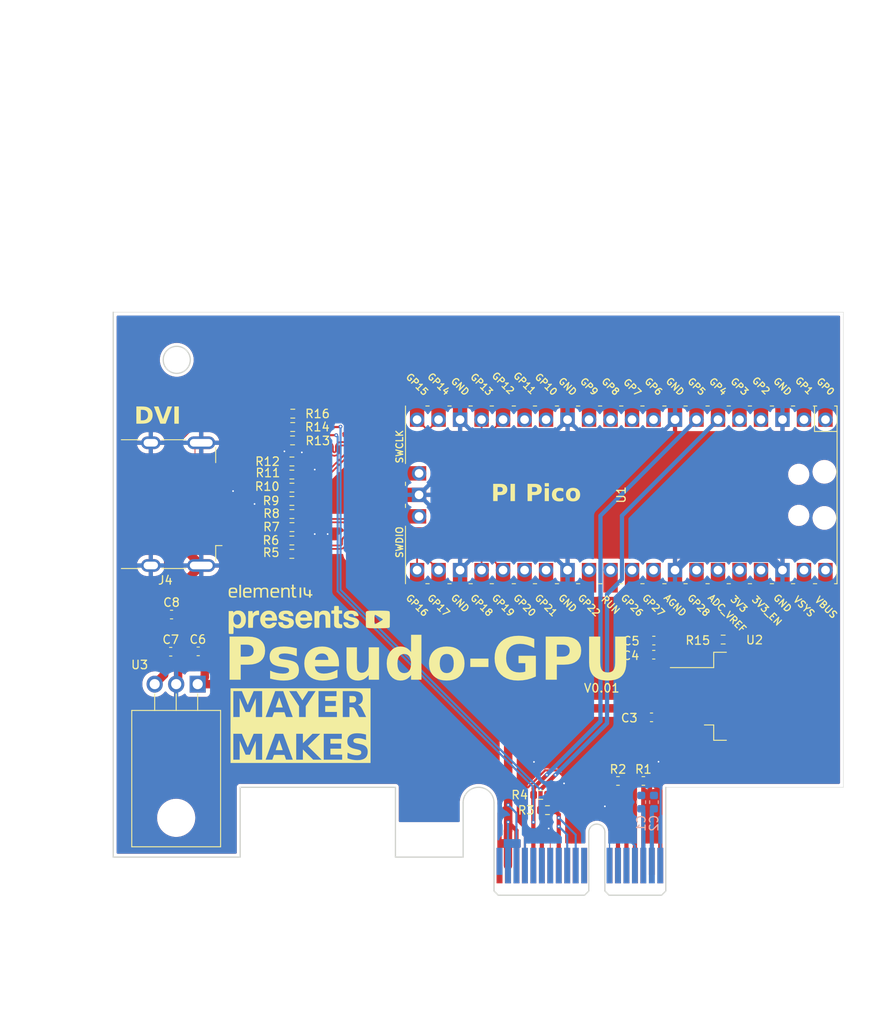
<source format=kicad_pcb>
(kicad_pcb (version 20221018) (generator pcbnew)
  (title_block (title "PCIexpress_x16_full") (company "Author: Luca Anastasio"))
  (layers (0 "F.Cu" power) (31 "B.Cu" power) (34 "B.Paste" user) (35 "F.Paste" user) (36 "B.SilkS" user "B.Silkscreen") (37 "F.SilkS" user "F.Silkscreen") (38 "B.Mask" user) (39 "F.Mask" user) (44 "Edge.Cuts" user))
  (net 0 "")
  (net 1 "GND")
  (net 2 "+12V")
  (net 3 "+3V3")
  (net 4 "+3.3VA")
  (net 5 "3V3_RAIL")
  (net 6 "/PER0_P")
  (net 7 "/PER0_N")
  (net 8 "/SMCLK")
  (net 9 "/SMDAT")
  (net 10 "/~{TRST}")
  (net 11 "/~{WAKE}")
  (net 12 "/PET0_P")
  (net 13 "/PET0_N")
  (net 14 "/~{PRSNT2x1}")
  (net 15 "/~{PRSNT1}")
  (net 16 "/TCK")
  (net 17 "/TDI")
  (net 18 "/TDO")
  (net 19 "/TMS")
  (net 20 "/~{PERST}")
  (net 21 "/REFCLK-")
  (net 22 "/REFCLK+")
  (net 23 "/PCIexpress_connector/_PER0_P")
  (net 24 "/PCIexpress_connector/_PER0_N")
  (net 25 "5V_RAIL")
  (net 27 "/D2+")
  (net 28 "/D2-")
  (net 29 "/D1+")
  (net 30 "/D1-")
  (net 31 "/D0+")
  (net 32 "/D0-")
  (net 33 "/CK+")
  (net 34 "/CK-")
  (net 37 "Net-(J4-SCL)")
  (net 38 "Net-(J4-SDA)")
  (net 39 "Net-(J4-+5V)")
  (net 41 "/PICO_D2+")
  (net 42 "/PICO_D2-")
  (net 43 "/PICO_D1+")
  (net 44 "/PICO_D1-")
  (net 45 "/PICO_D0+")
  (net 46 "/PICO_D0-")
  (net 47 "/PICO_CK+")
  (net 48 "/PICO_CK-")
  (net 49 "Net-(U1-3V3_EN)")
  (footprint "Resistor_SMD:R_0603_1608Metric" (layer "F.Cu") (at 127.125 180.625)
    (fp_text reference "R1")
    (fp_text value "49.9")
  )
  (footprint "Resistor_SMD:R_0603_1608Metric" (layer "F.Cu") (at 124.125 180.625 180)
    (fp_text reference "R2")
    (fp_text value "49.9")
  )
  (footprint "PCIexpress:PCIexpress_bracket_full" (layer "F.Cu") (at 109.625 194.125)
    (fp_text reference "J1" hide)
    (fp_text value "PCIexpress_bracket")
  )
  (footprint "PCIexpress:PCIexpress_x1" (layer "F.Cu") (at 109.625 194.125)
    (fp_text reference "J2" hide)
    (fp_text value "PCIexpress_x1" hide)
  )
  (footprint "Capacitor_SMD:C_0603_1608Metric" (layer "F.Cu") (at 74.519999 165.315 180)
    (fp_text reference "C6")
    (fp_text value "10uF")
  )
  (footprint "Resistor_SMD:R_0603_1608Metric" (layer "F.Cu") (at 115.795 184.075 180)
    (fp_text reference "R3")
    (fp_text value "100k")
  )
  (footprint "Resistor_SMD:R_0603_1608Metric" (layer "F.Cu") (at 85.665 140.385 180)
    (fp_text reference "R13")
    (fp_text value "0")
  )
  (footprint "Capacitor_SMD:C_0603_1608Metric" (layer "F.Cu") (at 71.365 160.965)
    (fp_text reference "C8")
    (fp_text value "0,1uF")
  )
  (footprint "Resistor_SMD:R_0603_1608Metric" (layer "F.Cu") (at 114.985 182.275 180)
    (fp_text reference "R4")
    (fp_text value "100k")
  )
  (footprint "Resistor_SMD:R_0603_1608Metric" (layer "F.Cu") (at 85.6 150.635 180)
    (fp_text reference "R7")
    (fp_text value "270")
  )
  (footprint "Resistor_SMD:R_0603_1608Metric" (layer "F.Cu") (at 85.59 149.085 180)
    (fp_text reference "R8")
    (fp_text value "270")
  )
  (footprint "Resistor_SMD:R_0603_1608Metric" (layer "F.Cu") (at 85.59 147.535 180)
    (fp_text reference "R9")
    (fp_text value "270")
  )
  (footprint "Resistor_SMD:R_0603_1608Metric" (layer "F.Cu") (at 85.695 137.225 180)
    (fp_text reference "R16")
    (fp_text value "0")
  )
  (footprint "Capacitor_SMD:C_0603_1608Metric" (layer "F.Cu") (at 128.084999 173.11 180)
    (fp_text reference "C3")
    (fp_text value "10uF")
  )
  (footprint "e14 Presents KiCad Footprints:e14presents logo 20mm silk only v1" (layer "F.Cu") (at 93.525 164.395)
    (fp_text reference "Ref**" hide)
    (fp_text value "Val**" hide)
  )
  (footprint "Capacitor_SMD:C_0603_1608Metric" (layer "F.Cu") (at 128.36 164.04)
    (fp_text reference "C5")
    (fp_text value "0,1uF")
  )
  (footprint "Package_TO_SOT_THT:TO-220F-3_Horizontal_TabDown" (layer "F.Cu") (at 74.455 169.185 180)
    (fp_text reference "U3")
    (fp_text value "LM7805_TO220")
  )
  (footprint "Capacitor_SMD:C_0603_1608Metric" (layer "F.Cu") (at 128.35 165.71)
    (fp_text reference "C4")
    (fp_text value "10uF")
  )
  (footprint "Resistor_SMD:R_0603_1608Metric" (layer "F.Cu") (at 85.585 152.215 180)
    (fp_text reference "R6")
    (fp_text value "270")
  )
  (footprint "Connector_HDMI:HDMI_A_Molex_208658-1001_Horizontal" (layer "F.Cu") (at 72.35 147.915 180)
    (fp_text reference "J4")
    (fp_text value "NOT_HDMI_A")
  )
  (footprint "Resistor_SMD:R_0603_1608Metric" (layer "F.Cu") (at 85.595 142.875 180)
    (fp_text reference "R12")
    (fp_text value "270")
  )
  (footprint "Capacitor_SMD:C_0603_1608Metric" (layer "F.Cu") (at 71.27 165.355)
    (fp_text reference "C7")
    (fp_text value "10uF")
  )
  (footprint "MCU_RaspberryPi_and_Boards:RPi_Pico_SMD_TH" (layer "F.Cu") (at 124.515 146.82 -90)
    (fp_text reference "U1")
    (fp_text value "Pico")
  )
  (footprint "Resistor_SMD:R_0603_1608Metric" (layer "F.Cu") (at 85.58 153.795 180)
    (fp_text reference "R5")
    (fp_text value "270")
  )
  (footprint "Resistor_SMD:R_0603_1608Metric" (layer "F.Cu") (at 85.685 138.805 180)
    (fp_text reference "R14")
    (fp_text value "0")
  )
  (footprint "Resistor_SMD:R_0603_1608Metric" (layer "F.Cu") (at 85.585 144.425 180)
    (fp_text reference "R11")
    (fp_text value "270")
  )
  (footprint "Resistor_SMD:R_0603_1608Metric" (layer "F.Cu") (at 85.595 145.965 180)
    (fp_text reference "R10")
    (fp_text value "270")
  )
  (footprint "Package_TO_SOT_SMD:TO-263-3_TabPin2" (layer "F.Cu") (at 140.26 170.62)
    (fp_text reference "U2")
    (fp_text value "LM1085-3.3")
  )
  (footprint "Resistor_SMD:R_0603_1608Metric" (layer "F.Cu") (at 136.555 163.92)
    (fp_text reference "R15")
    (fp_text value "0")
  )
  (footprint "Capacitor_SMD:C_0603_1608Metric" (layer "B.Cu") (at 126.875 183.125 -90)
    (fp_text reference "C1")
    (fp_text value "100n")
  )
  (footprint "Capacitor_SMD:C_0603_1608Metric" (layer "B.Cu") (at 128.375 183.125 90)
    (fp_text reference "C2")
    (fp_text value "100n")
  )
  (gr_arc (start 120.675 186.675) (mid 121.625 185.725) (end 122.575 186.675) (stroke (width 0.15)) (layer "Edge.Cuts"))
  (gr_circle (center 71.985 130.865) (end 73.585 130.865) (stroke (width 0.15)) (fill none) (layer "Edge.Cuts"))
  (gr_line (start 109.475 183.2) (end 109.475 193.625) (stroke (width 0.15)) (layer "Edge.Cuts"))
  (gr_line (start 64.475 189.625) (end 79.475 189.625) (stroke (width 0.15)) (layer "Edge.Cuts"))
  (gr_line (start 79.475 189.625) (end 79.475 181.375) (stroke (width 0.15)) (layer "Edge.Cuts"))
  (gr_line (start 129.775 193.625) (end 129.275 194.125) (stroke (width 0.15)) (layer "Edge.Cuts"))
  (gr_line (start 129.775 181.375) (end 150.765 181.375) (stroke (width 0.05)) (layer "Edge.Cuts"))
  (gr_line (start 97.825 181.375) (end 97.825 189.625) (stroke (width 0.15)) (layer "Edge.Cuts"))
  (gr_line (start 79.475 181.375) (end 97.825 181.375) (stroke (width 0.15)) (layer "Edge.Cuts"))
  (gr_line (start 150.765 125.235) (end 64.475 125.235) (stroke (width 0.05)) (layer "Edge.Cuts"))
  (gr_line (start 109.975 194.125) (end 120.175 194.125) (stroke (width 0.15)) (layer "Edge.Cuts"))
  (gr_line (start 97.825 189.625) (end 105.825 189.625) (stroke (width 0.15)) (layer "Edge.Cuts"))
  (gr_line (start 150.765 181.375) (end 150.765 125.235) (stroke (width 0.05)) (layer "Edge.Cuts"))
  (gr_line (start 129.775 181.375) (end 129.775 193.625) (stroke (width 0.15)) (layer "Edge.Cuts"))
  (gr_line (start 120.675 193.625) (end 120.675 186.675) (stroke (width 0.15)) (layer "Edge.Cuts"))
  (gr_arc (start 105.825 183.2) (mid 107.65 181.375) (end 109.475 183.2) (stroke (width 0.15)) (layer "Edge.Cuts"))
  (gr_line (start 122.575 193.625) (end 123.075 194.125) (stroke (width 0.15)) (layer "Edge.Cuts"))
  (gr_line (start 64.475 125.235) (end 64.475 189.625) (stroke (width 0.15)) (layer "Edge.Cuts"))
  (gr_line (start 109.475 193.625) (end 109.975 194.125) (stroke (width 0.15)) (layer "Edge.Cuts"))
  (gr_line (start 105.825 189.625) (end 105.825 183.2) (stroke (width 0.15)) (layer "Edge.Cuts"))
  (gr_line (start 120.175 194.125) (end 120.675 193.625) (stroke (width 0.15)) (layer "Edge.Cuts"))
  (gr_line (start 129.275 194.125) (end 123.075 194.125) (stroke (width 0.15)) (layer "Edge.Cuts"))
  (gr_line (start 122.575 186.675) (end 122.575 193.625) (stroke (width 0.15)) (layer "Edge.Cuts"))
  (gr_text "DVI" (at 66.953 138.753) (layer "F.SilkS") (effects (font (size 2 2) (thickness 0.3) bold) (justify left bottom)))
  (gr_text "MAYER\nMAKES" (at 78.285 174.345) (layer "F.SilkS" knockout) (effects (font (size 3 3) (thickness 0.6) bold) (justify left)))
  (gr_text "PI Pico" (at 109.117 147.897) (layer "F.SilkS") (effects (font (size 2 2) (thickness 0.3) bold) (justify left bottom)))
  (gr_text "Pseudo-GPU" (at 77.585 169.515) (layer "F.SilkS") (effects (font (size 5 5)) (justify left bottom)))
  (gr_text "V0.01" (at 120.015 170.245) (layer "F.SilkS") (effects (font (size 1 1)) (justify left bottom)))
  (segment (start 116.125 186.435) (end 115.935 186.245) (width 0.0889) (layer "F.Cu") (net 1))
  (segment (start 73.105 149.2739) (end 73.105 149.035) (width 0.0889) (layer "F.Cu") (net 1))
  (segment (start 73.105 147.7739) (end 73.105 147.665) (width 0.0889) (layer "F.Cu") (net 1))
  (segment (start 124.125 185.175) (end 122.575 183.625) (width 0.5) (layer "F.Cu") (net 1))
  (segment (start 127.309999 173.11) (end 127.309999 180.022499) (width 0.2) (layer "F.Cu") (net 1))
  (segment (start 73.105 153.395) (end 73.105 150.7739) (width 1) (layer "F.Cu") (net 1))
  (segment (start 72.14 160.965) (end 72.14 157.9) (width 1) (layer "F.Cu") (net 1))
  (segment (start 74.14055 144.30945) (end 74.14055 141.39945) (width 0.0889) (layer "F.Cu") (net 1))
  (segment (start 124.125 186.305) (end 124.125 185.175) (width 0.5) (layer "F.Cu") (net 1))
  (segment (start 113.485 181.394538) (end 115.503538 179.376) (width 0.25) (layer "F.Cu") (net 1))
  (segment (start 73.105 149.035) (end 73.105 147.665) (width 0.0889) (layer "F.Cu") (net 1))
  (segment (start 116.125 190.625) (end 116.125 186.435) (width 0.0889) (layer "F.Cu") (net 1))
  (segment (start 74.2461 148.915) (end 73.105 147.7739) (width 0.0889) (layer "F.Cu") (net 1))
  (segment (start 72.14 157.9) (end 74.875 155.165) (width 1) (layer "F.Cu") (net 1))
  (segment (start 127.9125 180.625) (end 129.125 181.8375) (width 0.5) (layer "F.Cu") (net 1))
  (segment (start 133.22 168.08) (end 137.38 163.92) (width 1) (layer "F.Cu") (net 1))
  (segment (start 73.105 150.7739) (end 73.105 149.035) (width 0.0889) (layer "F.Cu") (net 1))
  (segment (start 75.635 151.915) (end 74.2461 151.915) (width 0.0889) (layer "F.Cu") (net 1))
  (segment (start 132.61 168.08) (end 131.495 168.08) (width 1) (layer "F.Cu") (net 1))
  (segment (start 129.135 164.04) (end 129.135 165.7) (width 1) (layer "F.Cu") (net 1))
  (segment (start 127.309999 180.022499) (end 127.9125 180.625) (width 0.2) (layer "F.Cu") (net 1))
  (segment (start 127.9125 180.625) (end 127.125 181.4125) (width 0.5) (layer "F.Cu") (net 1))
  (segment (start 115.503538 179.376) (end 116.954462 179.376) (width 0.25) (layer "F.Cu") (net 1))
  (segment (start 73.105 145.5561) (end 73.105 146.575) (width 0.0889) (layer "F.Cu") (net 1))
  (segment (start 117.753 180.174538) (end 117.753 180.917) (width 0.25) (layer "F.Cu") (net 1))
  (segment (start 75.635 150.415) (end 74.2461 150.415) (width 0.0889) (layer "F.Cu") (net 1))
  (segment (start 72.14 168.96) (end 71.915 169.185) (width 1) (layer "F.Cu") (net 1))
  (segment (start 143.565 157.735) (end 143.565 155.71) (width 1) (layer "F.Cu") (net 1))
  (segment (start 74.875 155.165) (end 73.105 153.395) (width 1) (layer "F.Cu") (net 1))
  (segment (start 129.135 165.7) (end 129.125 165.71) (width 1) (layer "F.Cu") (net 1))
  (segment (start 72.085 165.315) (end 72.045 165.355) (width 1) (layer "F.Cu") (net 1))
  (segment (start 113.125 190.625) (end 113.125 179.449) (width 0.25) (layer "F.Cu") (net 1))
  (segment (start 73.945 147.415) (end 75.635 147.415) (width 0.0889) (layer "F.Cu") (net 1))
  (segment (start 124.125 186.305) (end 124.125 190.625) (width 0.5) (layer "F.Cu") (net 1))
  (segment (start 75.635 148.915) (end 74.2461 148.915) (width 0.0889) (layer "F.Cu") (net 1))
  (segment (start 74.14055 141.39945) (end 74.875 140.665) (width 0.0889) (layer "F.Cu") (net 1))
  (segment (start 75.635 144.415) (end 74.2461 144.415) (width 0.0889) (layer "F.Cu") (net 1))
  (segment (start 129.125 181.8375) (end 129.125 190.625) (width 0.5) (layer "F.Cu") (net 1))
  (segment (start 127.125 181.4125) (end 127.125 190.625) (width 0.5) (layer "F.Cu") (net 1))
  (segment (start 116.954462 179.376) (end 117.753 180.174538) (width 0.25) (layer "F.Cu") (net 1))
  (segment (start 74.2461 150.415) (end 73.105 149.2739) (width 0.0889) (layer "F.Cu") (net 1))
  (segment (start 74.2461 144.415) (end 74.14055 144.30945) (width 0.0889) (layer "F.Cu") (net 1))
  (segment (start 123.3375 180.625) (end 124.125 181.4125) (width 0.5) (layer "F.Cu") (net 1))
  (segment (start 137.38 163.92) (end 143.565 157.735) (width 1) (layer "F.Cu") (net 1))
  (segment (start 73.105 146.575) (end 73.945 147.415) (width 0.0889) (layer "F.Cu") (net 1))
  (segment (start 68.915 155.165) (end 68.915 140.665) (width 0.0889) (layer "F.Cu") (net 1))
  (segment (start 74.2461 144.415) (end 73.105 145.5561) (width 0.0889) (layer "F.Cu") (net 1))
  (segment (start 72.14 160.965) (end 72.14 168.96) (width 1) (layer "F.Cu") (net 1))
  (segment (start 113.125 179.449) (end 114.197 178.377) (width 0.25) (layer "F.Cu") (net 1))
  (segment (start 132.61 168.08) (end 133.22 168.08) (width 1) (layer "F.Cu") (net 1))
  (segment (start 124.125 181.4125) (end 124.125 186.305) (width 0.5) (layer "F.Cu") (net 1))
  (segment (start 131.495 168.08) (end 129.125 165.71) (width 1) (layer "F.Cu") (net 1))
  (segment (start 73.744999 165.315) (end 72.085 165.315) (width 1) (layer "F.Cu") (net 1))
  (segment (start 73.105 147.665) (end 73.105 146.575) (width 0.0889) (layer "F.Cu") (net 1))
  (segment (start 74.2461 151.915) (end 73.105 150.7739) (width 0.0889) (layer "F.Cu") (net 1))
  (via (at 128.915 178.355) (size 0.45) (drill 0.2) (layers "F.Cu" "B.Cu") (net 1))
  (via (at 78.637 146.373) (size 0.45) (drill 0.2) (layers "F.Cu" "B.Cu") (net 1))
  (via (at 115.935 186.245) (size 0.45) (drill 0.2) (layers "F.Cu" "B.Cu") (net 1))
  (via (at 89.813 151.453) (size 0.45) (drill 0.2) (layers "F.Cu" "B.Cu") (net 1))
  (via (at 117.753 180.917) (size 0.45) (drill 0.2) (layers "F.Cu" "B.Cu") (net 1))
  (via (at 122.575 183.625) (size 0.45) (drill 0.2) (layers "F.Cu" "B.Cu") (net 1))
  (via (at 88.289 151.453) (size 0.45) (drill 0.2) (layers "F.Cu" "B.Cu") (net 1))
  (via (at 86.765 141.801) (size 0.45) (drill 0.2) (layers "F.Cu" "B.Cu") (net 1))
  (via (at 88.289 143.833) (size 0.45) (drill 0.2) (layers "F.Cu" "B.Cu") (net 1))
  (via (at 114.197 178.377) (size 0.45) (drill 0.2) (layers "F.Cu" "B.Cu") (net 1))
  (via (at 84.705 141.675) (size 0.45) (drill 0.2) (layers "F.Cu" "B.Cu") (net 1))
  (via (at 81.177 147.897) (size 0.45) (drill 0.2) (layers "F.Cu" "B.Cu") (net 1))
  (segment (start 105.465 141.97) (end 100.615 146.82) (width 0.5) (layer "B.Cu") (net 1))
  (segment (start 90.438 138.128) (end 86.765 141.801) (width 0.5) (layer "B.Cu") (net 1))
  (segment (start 126.125 190.625) (end 126.125 188.275) (width 0.25) (layer "B.Cu") (net 1))
  (segment (start 106.715 154.46) (end 116.915 154.46) (width 0.5) (layer "B.Cu") (net 1))
  (segment (start 118.165 137.93) (end 116.915 139.18) (width 0.5) (layer "B.Cu") (net 1))
  (segment (start 129.175 190.575) (end 129.175 178.623) (width 0.25) (layer "B.Cu") (net 1))
  (segment (start 128.915 178.363) (end 128.915 178.355) (width 0.25) (layer "B.Cu") (net 1))
  (segment (start 125.626 186.676) (end 122.575 183.625) (width 0.25) (layer "B.Cu") (net 1))
  (segment (start 130.865 155.71) (end 132.3039 154.2711) (width 1) (layer "B.Cu") (net 1))
  (segment (start 118.165 162.405) (end 117.645 162.925) (width 0.5) (layer "B.Cu") (net 1))
  (segment (start 91.595884 138.128) (end 90.438 138.128) (width 0.5) (layer "B.Cu") (net 1))
  (segment (start 68.915 140.665) (end 74.875 140.665) (width 0.0889) (layer "B.Cu") (net 1))
  (segment (start 100.615 146.82) (end 105.465 151.67) (width 0.5) (layer "B.Cu") (net 1))
  (segment (start 132.3039 154.2711) (end 142.1261 154.2711) (width 1) (layer "B.Cu") (net 1))
  (segment (start 130.865 137.93) (end 129.615 139.18) (width 0.5) (layer "B.Cu") (net 1))
  (segment (start 113.125 186.053) (end 113.181 185.997) (width 0.25) (layer "B.Cu") (net 1))
  (segment (start 128.915 178.355) (end 128.907 178.355) (width 0.25) (layer "B.Cu") (net 1))
  (segment (start 91.962 153.305) (end 91.962 138.494116) (width 0.5) (layer "B.Cu") (net 1))
  (segment (start 116.915 139.18) (end 106.715 139.18) (width 0.5) (layer "B.Cu") (net 1))
  (segment (start 106.715 139.18) (end 105.465 137.93) (width 0.5) (layer "B.Cu") (net 1))
  (segment (start 105.465 151.67) (end 105.465 155.71) (width 0.5) (layer "B.Cu") (net 1))
  (segment (start 105.465 137.93) (end 105.465 141.97) (width 0.5) (layer "B.Cu") (net 1))
  (segment (start 142.1261 154.2711) (end 143.565 155.71) (width 1) (layer "B.Cu") (net 1))
  (segment (start 128.907 178.355) (end 128.929 178.377) (width 0.25) (layer "B.Cu") (net 1))
  (segment (start 113.125 190.625) (end 113.125 186.053) (width 0.25) (layer "B.Cu") (net 1))
  (segment (start 129.175 178.623) (end 128.915 178.363) (width 0.25) (layer "B.Cu") (net 1))
  (segment (start 68.915 155.165) (end 74.875 155.165) (width 0.0889) (layer "B.Cu") (net 1))
  (segment (start 129.615 139.18) (end 119.415 139.18) (width 0.5) (layer "B.Cu") (net 1))
  (segment (start 101.582 162.925) (end 91.962 153.305) (width 0.5) (layer "B.Cu") (net 1))
  (segment (start 126.125 188.275) (end 125.626 187.776) (width 0.25) (layer "B.Cu") (net 1))
  (segment (start 116.915 154.46) (end 118.165 155.71) (width 0.5) (layer "B.Cu") (net 1))
  (segment (start 125.626 187.776) (end 125.626 186.676) (width 0.25) (layer "B.Cu") (net 1))
  (segment (start 123.125 190.625) (end 123.125 184.175) (width 0.15) (layer "B.Cu") (net 1))
  (segment (start 105.465 155.71) (end 106.715 154.46) (width 0.5) (layer "B.Cu") (net 1))
  (segment (start 117.645 162.925) (end 101.582 162.925) (width 0.5) (layer "B.Cu") (net 1))
  (segment (start 91.962 138.494116) (end 91.595884 138.128) (width 0.5) (layer "B.Cu") (net 1))
  (segment (start 118.165 155.71) (end 118.165 162.405) (width 0.5) (layer "B.Cu") (net 1))
  (segment (start 123.125 184.175) (end 122.575 183.625) (width 0.15) (layer "B.Cu") (net 1))
  (segment (start 129.125 190.625) (end 129.175 190.575) (width 0.25) (layer "B.Cu") (net 1))
  (segment (start 119.415 139.18) (end 118.165 137.93) (width 0.5) (layer "B.Cu") (net 1))
  (segment (start 110.125 190.625) (end 110.125 184.481) (width 0.5) (layer "F.Cu") (net 2))
  (segment (start 114.4319 172.0461) (end 111.149 175.329) (width 1) (layer "F.Cu") (net 2))
  (segment (start 132.61 173.16) (end 131.4961 172.0461) (width 1) (layer "F.Cu") (net 2))
  (segment (start 98.992108 169.185) (end 111.149 181.341892) (width 1) (layer "F.Cu") (net 2))
  (segment (start 111.149 186.505) (end 111.125 186.529) (width 1) (layer "F.Cu") (net 2))
  (segment (start 111.125 186.529) (end 111.125 190.625) (width 1) (layer "F.Cu") (net 2))
  (segment (start 128.909999 173.16) (end 128.859999 173.11) (width 1) (layer "F.Cu") (net 2))
  (segment (start 75.294999 168.345001) (end 74.455 169.185) (width 1) (layer "F.Cu") (net 2))
  (segment (start 111.149 185.489) (end 111.149 186.505) (width 1) (layer "F.Cu") (net 2))
  (segment (start 75.294999 165.315) (end 75.294999 168.345001) (width 1) (layer "F.Cu") (net 2))
  (segment (start 111.149 181.933) (end 111.149 183.457) (width 1) (layer "F.Cu") (net 2))
  (segment (start 111.149 183.457) (end 111.149 185.489) (width 1) (layer "F.Cu") (net 2))
  (segment (start 110.125 184.481) (end 111.149 183.457) (width 0.5) (layer "F.Cu") (net 2))
  (segment (start 74.455 169.185) (end 98.992108 169.185) (width 1) (layer "F.Cu") (net 2))
  (segment (start 112.125 186.465) (end 111.149 185.489) (width 0.5) (layer "F.Cu") (net 2))
  (segment (start 112.125 190.625) (end 112.125 186.465) (width 0.5) (layer "F.Cu") (net 2))
  (segment (start 111.149 181.341892) (end 111.149 181.933) (width 1) (layer "F.Cu") (net 2))
  (segment (start 132.61 173.16) (end 128.909999 173.16) (width 1) (layer "F.Cu") (net 2))
  (segment (start 111.149 175.329) (end 111.149 181.933) (width 1) (layer "F.Cu") (net 2))
  (segment (start 131.4961 172.0461) (end 114.4319 172.0461) (width 1) (layer "F.Cu") (net 2))
  (via (at 111.149 183.457) (size 0.45) (drill 0.2) (layers "F.Cu" "B.Cu") (net 2))
  (via (at 111.149 185.489) (size 0.45) (drill 0.2) (layers "F.Cu" "B.Cu") (net 2))
  (segment (start 112.125 190.625) (end 112.125 184.433) (width 0.25) (layer "B.Cu") (net 2))
  (segment (start 112.125 184.433) (end 111.149 183.457) (width 0.25) (layer "B.Cu") (net 2))
  (segment (start 111.125 190.625) (end 111.125 185.513) (width 0.25) (layer "B.Cu") (net 2))
  (segment (start 111.125 185.513) (end 111.149 185.489) (width 0.25) (layer "B.Cu") (net 2))
  (segment (start 116.62 184.075) (end 116.62 183.085) (width 0.5) (layer "F.Cu") (net 3))
  (segment (start 117.125 190.625) (end 117.125 185.997) (width 0.5) (layer "F.Cu") (net 3))
  (segment (start 117.125 184.58) (end 116.62 184.075) (width 0.5) (layer "F.Cu") (net 3))
  (segment (start 116.62 183.085) (end 115.81 182.275) (width 0.5) (layer "F.Cu") (net 3))
  (segment (start 117.125 185.997) (end 117.125 184.981) (width 0.5) (layer "F.Cu") (net 3))
  (segment (start 117.125 184.981) (end 117.125 184.58) (width 0.5) (layer "F.Cu") (net 3))
  (via (at 117.125 184.981) (size 0.45) (drill 0.2) (layers "F.Cu" "B.Cu") (net 3))
  (via (at 117.125 185.997) (size 0.45) (drill 0.2) (layers "F.Cu" "B.Cu") (net 3))
  (segment (start 118.125 186.997) (end 117.125 185.997) (width 0.25) (layer "B.Cu") (net 3))
  (segment (start 119.125 186.981) (end 117.125 184.981) (width 0.25) (layer "B.Cu") (net 3))
  (segment (start 118.125 190.625) (end 118.125 186.997) (width 0.25) (layer "B.Cu") (net 3))
  (segment (start 119.125 190.625) (end 119.125 186.981) (width 0.25) (layer "B.Cu") (net 3))
  (segment (start 137.3839 158.9489) (end 138.485 157.8478) (width 1) (layer "F.Cu") (net 5))
  (segment (start 127.575 167.885) (end 127.575 165.71) (width 1) (layer "F.Cu") (net 5))
  (segment (start 136.56 170.62) (end 132.61 170.62) (width 1) (layer "F.Cu") (net 5))
  (segment (start 127.575 164.05) (end 127.585 164.04) (width 1) (layer "F.Cu") (net 5))
  (segment (start 139.335 173.395) (end 136.56 170.62) (width 1) (layer "F.Cu") (net 5))
  (segment (start 127.585 164.04) (end 127.585 163.565) (width 1) (layer "F.Cu") (net 5))
  (segment (start 138.485 157.8478) (end 138.485 155.71) (width 1) (layer "F.Cu") (net 5))
  (segment (start 132.2011 158.9489) (end 137.3839 158.9489) (width 1) (layer "F.Cu") (net 5))
  (segment (start 127.585 163.565) (end 132.2011 158.9489) (width 1) (layer "F.Cu") (net 5))
  (segment (start 132.61 170.62) (end 130.31 170.62) (width 1) (layer "F.Cu") (net 5))
  (segment (start 127.575 165.71) (end 127.575 164.05) (width 1) (layer "F.Cu") (net 5))
  (segment (start 130.31 170.62) (end 127.575 167.885) (width 1) (layer "F.Cu") (net 5))
  (segment (start 114.125 190.625) (end 114.125 185.489) (width 0.5) (layer "F.Cu") (net 8))
  (segment (start 114.125 182.31) (end 114.16 182.275) (width 0.5) (layer "F.Cu") (net 8))
  (segment (start 114.16 181.462) (end 115.721 179.901) (width 0.5) (layer "F.Cu") (net 8))
  (segment (start 114.125 185.489) (end 114.125 182.31) (width 0.5) (layer "F.Cu") (net 8))
  (segment (start 86.49 140.385) (end 87.106 139.769) (width 0.25) (layer "F.Cu") (net 8))
  (segment (start 114.16 182.275) (end 114.16 181.462) (width 0.5) (layer "F.Cu") (net 8))
  (segment (start 87.106 139.769) (end 90.829 139.769) (width 0.25) (layer "F.Cu") (net 8))
  (via (at 115.721 179.901) (size 0.45) (drill 0.2) (layers "F.Cu" "B.Cu") (net 8))
  (via (at 114.125 185.489) (size 0.45) (drill 0.2) (layers "F.Cu" "B.Cu") (net 8))
  (via (at 90.829 139.769) (size 0.45) (drill 0.2) (layers "F.Cu" "B.Cu") (net 8))
  (segment (start 90.829 139.769) (end 90.937 139.877) (width 0.25) (layer "B.Cu") (net 8))
  (segment (start 90.937 139.877) (end 90.937 139.9381) (width 0.25) (layer "B.Cu") (net 8))
  (segment (start 115.721 179.901) (end 122.0561 173.5659) (width 0.5) (layer "B.Cu") (net 8))
  (segment (start 90.829 139.769) (end 90.9981 139.9381) (width 0.25) (layer "B.Cu") (net 8))
  (segment (start 122.0561 173.5659) (end 122.0561 149.2789) (width 0.5) (layer "B.Cu") (net 8))
  (segment (start 90.9981 139.9381) (end 90.9981 158.2261) (width 0.25) (layer "B.Cu") (net 8))
  (segment (start 114.125 181.353) (end 114.125 185.489) (width 0.25) (layer "B.Cu") (net 8))
  (segment (start 90.9981 158.2261) (end 114.125 181.353) (width 0.25) (layer "B.Cu") (net 8))
  (segment (start 122.0561 149.2789) (end 133.405 137.93) (width 0.5) (layer "B.Cu") (net 8))
  (segment (start 86.51 138.805) (end 91.285 138.805) (width 0.25) (layer "F.Cu") (net 9))
  (segment (start 114.97 184.075) (end 114.97 181.668) (width 0.5) (layer "F.Cu") (net 9))
  (segment (start 115.125 184.23) (end 114.97 184.075) (width 0.5) (layer "F.Cu") (net 9))
  (segment (start 114.97 181.668) (end 116.737 179.901) (width 0.5) (layer "F.Cu") (net 9))
  (segment (start 91.285 138.805) (end 91.337 138.753) (width 0.25) (layer "F.Cu") (net 9))
  (segment (start 115.125 190.625) (end 115.125 184.23) (width 0.5) (layer "F.Cu") (net 9))
  (via (at 114.97 181.668) (size 0.45) (drill 0.2) (layers "F.Cu" "B.Cu") (net 9))
  (via (at 91.337 138.753) (size 0.45) (drill 0.2) (layers "F.Cu" "B.Cu") (net 9))
  (via (at 116.737 179.901) (size 0.45) (drill 0.2) (layers "F.Cu" "B.Cu") (net 9))
  (segment (start 91.337 138.753) (end 91.337 158.035) (width 0.25) (layer "B.Cu") (net 9))
  (segment (start 122.833 158.565) (end 124.5961 156.8019) (width 0.5) (layer "B.Cu") (net 9))
  (segment (start 116.737 179.901) (end 122.833 173.805) (width 0.5) (layer "B.Cu") (net 9))
  (segment (start 91.337 158.035) (end 114.97 181.668) (width 0.25) (layer "B.Cu") (net 9))
  (segment (start 124.5961 156.8019) (end 124.5961 149.2789) (width 0.5) (layer "B.Cu") (net 9))
  (segment (start 122.833 173.805) (end 122.833 158.565) (width 0.5) (layer "B.Cu") (net 9))
  (segment (start 124.5961 149.2789) (end 135.945 137.93) (width 0.5) (layer "B.Cu") (net 9))
  (segment (start 124.9125 180.625) (end 125.125 180.8375) (width 0.5) (layer "F.Cu") (net 12))
  (segment (start 125.125 180.8375) (end 125.125 190.625) (width 0.5) (layer "F.Cu") (net 12))
  (segment (start 126.125 180.8375) (end 126.125 190.625) (width 0.5) (layer "F.Cu") (net 13))
  (segment (start 126.3375 180.625) (end 126.125 180.8375) (width 0.5) (layer "F.Cu") (net 13))
  (segment (start 127.125 184.1625) (end 126.875 183.9125) (width 0.5) (layer "B.Cu") (net 23))
  (segment (start 127.125 190.625) (end 127.125 184.1625) (width 0.5) (layer "B.Cu") (net 23))
  (segment (start 128.125 190.625) (end 128.125 184.1625) (width 0.5) (layer "B.Cu") (net 24))
  (segment (start 128.125 184.1625) (end 128.375 183.9125) (width 0.5) (layer "B.Cu") (net 24))
  (segment (start 76.179 136.639) (end 72.033 140.785) (width 0.25) (layer "F.Cu") (net 25))
  (segment (start 72.033 141.293) (end 70.59 142.736) (width 0.25) (layer "F.Cu") (net 25))
  (segment (start 70.495 165.355) (end 70.495 168.065) (width 1) (layer "F.Cu") (net 25))
  (segment (start 86.52 137.225) (end 86.52 136.47) (width 0.5) (layer "F.Cu") (net 25))
  (segment (start 86.52 136.47) (end 86.065 136.015) (width 0.5) (layer "F.Cu") (net 25))
  (segment (start 72.033 140.785) (end 72.033 141.293) (width 0.25) (layer "F.Cu") (net 25))
  (segment (start 76.2819 136.5361) (end 76.179 136.639) (width 0.25) (layer "F.Cu") (net 25))
  (segment (start 70.495 168.065) (end 69.375 169.185) (width 1) (layer "F.Cu") (net 25))
  (segment (start 70.59 142.736) (end 70.59 160.965) (width 0.25) (layer "F.Cu") (net 25))
  (segment (start 86.065 136.015) (end 76.803 136.015) (width 0.5) (layer "F.Cu") (net 25))
  (segment (start 76.803 136.015) (end 76.179 136.639) (width 0.5) (layer "F.Cu") (net 25))
  (segment (start 70.59 165.26) (end 70.495 165.355) (width 1) (layer "F.Cu") (net 25))
  (segment (start 70.59 160.965) (end 70.59 165.26) (width 1) (layer "F.Cu") (net 25))
  (segment (start 83.075 152.115) (end 77.885001 152.115) (width 0.2) (layer "F.Cu") (net 27))
  (segment (start 77.885001 152.115) (end 77.585001 152.415) (width 0.2) (layer "F.Cu") (net 27))
  (segment (start 84.755 153.795) (end 83.075 152.115) (width 0.2) (layer "F.Cu") (net 27))
  (segment (start 77.585001 152.415) (end 75.635 152.415) (width 0.2) (layer "F.Cu") (net 27))
  (segment (start 83.740686 152.215) (end 83.240686 151.715) (width 0.2) (layer "F.Cu") (net 28))
  (segment (start 84.76 152.215) (end 83.740686 152.215) (width 0.2) (layer "F.Cu") (net 28))
  (segment (start 77.585001 151.415) (end 75.635 151.415) (width 0.2) (layer "F.Cu") (net 28))
  (segment (start 77.885001 151.715) (end 77.585001 151.415) (width 0.2) (layer "F.Cu") (net 28))
  (segment (start 83.240686 151.715) (end 77.885001 151.715) (width 0.2) (layer "F.Cu") (net 28))
  (segment (start 77.585001 150.915) (end 77.885001 150.615) (width 0.2) (layer "F.Cu") (net 29))
  (segment (start 75.635 150.915) (end 77.585001 150.915) (width 0.2) (layer "F.Cu") (net 29))
  (segment (start 77.885001 150.615) (end 79.145 150.615) (width 0.2) (layer "F.Cu") (net 29))
  (segment (start 79.145 150.615) (end 79.165 150.635) (width 0.2) (layer "F.Cu") (net 29))
  (segment (start 79.165 150.635) (end 84.775 150.635) (width 0.2) (layer "F.Cu") (net 29))
  (segment (start 83.615 150.235) (end 84.765 149.085) (width 0.2) (layer "F.Cu") (net 30))
  (segment (start 77.585001 149.915) (end 77.885001 150.215) (width 0.2) (layer "F.Cu") (net 30))
  (segment (start 77.885001 150.215) (end 79.298072 150.215) (width 0.2) (layer "F.Cu") (net 30))
  (segment (start 79.298072 150.215) (end 79.318072 150.235) (width 0.2) (layer "F.Cu") (net 30))
  (segment (start 79.318072 150.235) (end 83.615 150.235) (width 0.2) (layer "F.Cu") (net 30))
  (segment (start 75.635 149.915) (end 77.585001 149.915) (width 0.2) (layer "F.Cu") (net 30))
  (segment (start 77.585001 149.415) (end 75.635 149.415) (width 0.2) (layer "F.Cu") (net 31))
  (segment (start 82.185686 149.115) (end 77.885001 149.115) (width 0.2) (layer "F.Cu") (net 31))
  (segment (start 84.765 147.535) (end 83.765686 147.535) (width 0.2) (layer "F.Cu") (net 31))
  (segment (start 83.765686 147.535) (end 82.185686 149.115) (width 0.2) (layer "F.Cu") (net 31))
  (segment (start 77.885001 149.115) (end 77.585001 149.415) (width 0.2) (layer "F.Cu") (net 31))
  (segment (start 82.02 148.715) (end 77.885001 148.715) (width 0.2) (layer "F.Cu") (net 32))
  (segment (start 77.885001 148.715) (end 77.585001 148.415) (width 0.2) (layer "F.Cu") (net 32))
  (segment (start 77.585001 148.415) (end 75.635 148.415) (width 0.2) (layer "F.Cu") (net 32))
  (segment (start 84.77 145.965) (end 82.02 148.715) (width 0.2) (layer "F.Cu") (net 32))
  (segment (start 83.977844 143.855) (end 84.19 143.855) (width 0.2) (layer "F.Cu") (net 33))
  (segment (start 77.885001 147.615) (end 80.217844 147.615) (width 0.2) (layer "F.Cu") (net 33))
  (segment (start 75.635 147.915) (end 77.585001 147.915) (width 0.2) (layer "F.Cu") (net 33))
  (segment (start 80.217844 147.615) (end 83.977844 143.855) (width 0.2) (layer "F.Cu") (net 33))
  (segment (start 77.585001 147.915) (end 77.885001 147.615) (width 0.2) (layer "F.Cu") (net 33))
  (segment (start 84.19 143.855) (end 84.76 144.425) (width 0.2) (layer "F.Cu") (net 33))
  (segment (start 77.885001 147.215) (end 80.052156 147.215) (width 0.2) (layer "F.Cu") (net 34))
  (segment (start 84.19 143.455) (end 84.77 142.875) (width 0.2) (layer "F.Cu") (net 34))
  (segment (start 75.635 146.915) (end 77.585001 146.915) (width 0.2) (layer "F.Cu") (net 34))
  (segment (start 77.585001 146.915) (end 77.885001 147.215) (width 0.2) (layer "F.Cu") (net 34))
  (segment (start 83.812156 143.455) (end 84.19 143.455) (width 0.2) (layer "F.Cu") (net 34))
  (segment (start 80.052156 147.215) (end 83.812156 143.455) (width 0.2) (layer "F.Cu") (net 34))
  (segment (start 75.635 145.415) (end 79.81 145.415) (width 0.15) (layer "F.Cu") (net 37))
  (segment (start 79.81 145.415) (end 84.84 140.385) (width 0.15) (layer "F.Cu") (net 37))
  (segment (start 75.635 144.915) (end 78.75 144.915) (width 0.15) (layer "F.Cu") (net 38))
  (segment (start 78.75 144.915) (end 84.86 138.805) (width 0.15) (layer "F.Cu") (net 38))
  (segment (start 75.635 143.915) (end 78.18 143.915) (width 0.15) (layer "F.Cu") (net 39))
  (segment (start 78.18 143.915) (end 84.87 137.225) (width 0.15) (layer "F.Cu") (net 39))
  (segment (start 86.405 153.795) (end 86.9975 153.2025) (width 0.2) (layer "F.Cu") (net 41))
  (segment (start 92.262 152.6275) (end 92.262 153.746786) (width 0.2) (layer "F.Cu") (net 41))
  (segment (start 92.262 152.258214) (end 92.262 152.6275) (width 0.2) (layer "F.Cu") (net 41))
  (segment (start 94.912 153.3775) (end 94.912 152.5025) (width 0.2) (layer "F.Cu") (net 41))
  (segment (start 91.912 152.6275) (end 91.912 152.258214) (width 0.2) (layer "F.Cu") (net 41))
  (segment (start 97.912 153.719906) (end 97.912 153.3775) (width 0.2) (layer "F.Cu") (net 41))
  (segment (start 86.9975 153.2025) (end 91.337 153.2025) (width 0.2) (layer "F.Cu") (net 41))
  (segment (start 93.762 153.3775) (end 93.762 153.746786) (width 0.2) (layer "F.Cu") (net 41))
  (segment (start 98.875977 153.2025) (end 99.851814 153.2025) (width 0.2) (layer "F.Cu") (net 41))
  (segment (start 100.385 153.735686) (end 100.385 155.71) (width 0.2) (layer "F.Cu") (net 41))
  (segment (start 95.262 152.8025) (end 95.262 153.719882) (width 0.2) (layer "F.Cu") (net 41))
  (segment (start 96.412 153.2025) (end 96.412 152.285118) (width 0.2) (layer "F.Cu") (net 41))
  (segment (start 96.762 152.8025) (end 96.762 153.719906) (width 0.2) (layer "F.Cu") (net 41))
  (segment (start 95.012 152.4025) (end 95.162 152.4025) (width 0.2) (layer "F.Cu") (net 41))
  (segment (start 96.762 152.285118) (end 96.762 152.8025) (width 0.2) (layer "F.Cu") (net 41))
  (segment (start 95.262 152.5025) (end 95.262 152.8025) (width 0.2) (layer "F.Cu") (net 41))
  (segment (start 99.851814 153.2025) (end 100.385 153.735686) (width 0.2) (layer "F.Cu") (net 41))
  (segment (start 98.087 153.2025) (end 98.875977 153.2025) (width 0.2) (layer "F.Cu") (net 41))
  (segment (start 94.912 153.746786) (end 94.912 153.3775) (width 0.2) (layer "F.Cu") (net 41))
  (segment (start 96.412 153.719882) (end 96.412 153.2025) (width 0.2) (layer "F.Cu") (net 41))
  (segment (start 93.412 153.746786) (end 93.412 153.3775) (width 0.2) (layer "F.Cu") (net 41))
  (arc (start 94.337 154.321786) (mid 94.743586 154.153372) (end 94.912 153.746786) (width 0.2) (layer "F.Cu") (net 41))
  (arc (start 93.762 153.746786) (mid 93.930414 154.153372) (end 94.337 154.321786) (width 0.2) (layer "F.Cu") (net 41))
  (arc (start 92.087 152.083214) (mid 92.210744 152.13447) (end 92.262 152.258214) (width 0.2) (layer "F.Cu") (net 41))
  (arc (start 96.762 153.719906) (mid 96.930414 154.126492) (end 97.337 154.294906) (width 0.2) (layer "F.Cu") (net 41))
  (arc (start 95.837 154.294882) (mid 96.243586 154.126468) (end 96.412 153.719882) (width 0.2) (layer "F.Cu") (net 41))
  (arc (start 94.912 152.5025) (mid 94.941289 152.431789) (end 95.012 152.4025) (width 0.2) (layer "F.Cu") (net 41))
  (arc (start 93.587 153.2025) (mid 93.710744 153.253756) (end 93.762 153.3775) (width 0.2) (layer "F.Cu") (net 41))
  (arc (start 96.412 152.285118) (mid 96.463256 152.161374) (end 96.587 152.110118) (width 0.2) (layer "F.Cu") (net 41))
  (arc (start 92.837 154.321786) (mid 93.243586 154.153372) (end 93.412 153.746786) (width 0.2) (layer "F.Cu") (net 41))
  (arc (start 97.912 153.3775) (mid 97.963256 153.253756) (end 98.087 153.2025) (width 0.2) (layer "F.Cu") (net 41))
  (arc (start 93.412 153.3775) (mid 93.463256 153.253756) (end 93.587 153.2025) (width 0.2) (layer "F.Cu") (net 41))
  (arc (start 97.337 154.294906) (mid 97.743586 154.126492) (end 97.912 153.719906) (width 0.2) (layer "F.Cu") (net 41))
  (arc (start 91.912 152.258214) (mid 91.963256 152.13447) (end 92.087 152.083214) (width 0.2) (layer "F.Cu") (net 41))
  (arc (start 91.337 153.2025) (mid 91.743586 153.034086) (end 91.912 152.6275) (width 0.2) (layer "F.Cu") (net 41))
  (arc (start 96.587 152.110118) (mid 96.710744 152.161374) (end 96.762 152.285118) (width 0.2) (layer "F.Cu") (net 41))
  (arc (start 92.262 153.746786) (mid 92.430414 154.153372) (end 92.837 154.321786) (width 0.2) (layer "F.Cu") (net 41))
  (arc (start 95.262 153.719882) (mid 95.430414 154.126468) (end 95.837 154.294882) (width 0.2) (layer "F.Cu") (net 41))
  (arc (start 95.162 152.4025) (mid 95.232711 152.431789) (end 95.262 152.5025) (width 0.2) (layer "F.Cu") (net 41))
  (segment (start 94.512 153.746786) (end 94.512 153.3775) (width 0.2) (layer "F.Cu") (net 42))
  (segment (start 96.012 153.2025) (end 96.012 152.285118) (width 0.2) (layer "F.Cu") (net 42))
  (segment (start 86.9975 152.8025) (end 91.337 152.8025) (width 0.2) (layer "F.Cu") (net 42))
  (segment (start 96.012 153.719882) (end 96.012 153.2025) (width 0.2) (layer "F.Cu") (net 42))
  (segment (start 95.012 152.0025) (end 95.162 152.0025) (width 0.2) (layer "F.Cu") (net 42))
  (segment (start 98.875977 152.8025) (end 100.0175 152.8025) (width 0.2) (layer "F.Cu") (net 42))
  (segment (start 97.162 152.285118) (end 97.162 152.8025) (width 0.2) (layer "F.Cu") (net 42))
  (segment (start 92.662 152.6275) (end 92.662 153.746786) (width 0.2) (layer "F.Cu") (net 42))
  (segment (start 92.662 152.258214) (end 92.662 152.6275) (width 0.2) (layer "F.Cu") (net 42))
  (segment (start 94.512 153.3775) (end 94.512 152.5025) (width 0.2) (layer "F.Cu") (net 42))
  (segment (start 100.0175 152.8025) (end 102.925 155.71) (width 0.2) (layer "F.Cu") (net 42))
  (segment (start 93.012 153.746786) (end 93.012 153.3775) (width 0.2) (layer "F.Cu") (net 42))
  (segment (start 86.41 152.215) (end 86.9975 152.8025) (width 0.2) (layer "F.Cu") (net 42))
  (segment (start 97.512 153.719906) (end 97.512 153.3775) (width 0.2) (layer "F.Cu") (net 42))
  (segment (start 95.662 152.8025) (end 95.662 153.719882) (width 0.2) (layer "F.Cu") (net 42))
  (segment (start 97.162 152.8025) (end 97.162 153.719906) (width 0.2) (layer "F.Cu") (net 42))
  (segment (start 91.512 152.6275) (end 91.512 152.258214) (width 0.2) (layer "F.Cu") (net 42))
  (segment (start 95.662 152.5025) (end 95.662 152.8025) (width 0.2) (layer "F.Cu") (net 42))
  (segment (start 94.162 153.3775) (end 94.162 153.746786) (width 0.2) (layer "F.Cu") (net 42))
  (segment (start 98.087 152.8025) (end 98.875977 152.8025) (width 0.2) (layer "F.Cu") (net 42))
  (arc (start 95.837 153.894882) (mid 95.960744 153.843626) (end 96.012 153.719882) (width 0.2) (layer "F.Cu") (net 42))
  (arc (start 96.587 151.710118) (mid 96.993586 151.878532) (end 97.162 152.285118) (width 0.2) (layer "F.Cu") (net 42))
  (arc (start 95.662 153.719882) (mid 95.713256 153.843626) (end 95.837 153.894882) (width 0.2) (layer "F.Cu") (net 42))
  (arc (start 91.512 152.258214) (mid 91.680414 151.851628) (end 92.087 151.683214) (width 0.2) (layer "F.Cu") (net 42))
  (arc (start 94.162 153.746786) (mid 94.213256 153.87053) (end 94.337 153.921786) (width 0.2) (layer "F.Cu") (net 42))
  (arc (start 93.587 152.8025) (mid 93.993586 152.970914) (end 94.162 153.3775) (width 0.2) (layer "F.Cu") (net 42))
  (arc (start 94.512 152.5025) (mid 94.658447 152.148947) (end 95.012 152.0025) (width 0.2) (layer "F.Cu") (net 42))
  (arc (start 92.837 153.921786) (mid 92.960744 153.87053) (end 93.012 153.746786) (width 0.2) (layer "F.Cu") (net 42))
  (arc (start 92.662 153.746786) (mid 92.713256 153.87053) (end 92.837 153.921786) (width 0.2) (layer "F.Cu") (net 42))
  (arc (start 96.012 152.285118) (mid 96.180414 151.878532) (end 96.587 151.710118) (width 0.2) (layer "F.Cu") (net 42))
  (arc (start 92.087 151.683214) (mid 92.493586 151.851628) (end 92.662 152.258214) (width 0.2) (layer "F.Cu") (net 42))
  (arc (start 97.162 153.719906) (mid 97.213256 153.84365) (end 97.337 153.894906) (width 0.2) (layer "F.Cu") (net 42))
  (arc (start 93.012 153.3775) (mid 93.180414 152.970914) (end 93.587 152.8025) (width 0.2) (layer "F.Cu") (net 42))
  (arc (start 97.512 153.3775) (mid 97.680414 152.970914) (end 98.087 152.8025) (width 0.2) (layer "F.Cu") (net 42))
  (arc (start 94.337 153.921786) (mid 94.460744 153.87053) (end 94.512 153.746786) (width 0.2) (layer "F.Cu") (net 42))
  (arc (start 97.337 153.894906) (mid 97.460744 153.84365) (end 97.512 153.719906) (width 0.2) (layer "F.Cu") (net 42))
  (arc (start 95.162 152.0025) (mid 95.515553 152.148947) (end 95.662 152.5025) (width 0.2) (layer "F.Cu") (net 42))
  (arc (start 91.337 152.8025) (mid 91.460744 152.751244) (end 91.512 152.6275) (width 0.2) (layer "F.Cu") (net 42))
  (segment (start 108.005 153.735686) (end 105.414314 151.145) (width 0.2) (layer "F.Cu") (net 43))
  (segment (start 94.826 150.57) (end 94.826 150.297125) (width 0.2) (layer "F.Cu") (net 43))
  (segment (start 92.778156 151.145) (end 91.698156 150.065) (width 0.2) (layer "F.Cu") (net 43))
  (segment (start 105.414314 151.145) (end 95.401 151.145) (width 0.2) (layer "F.Cu") (net 43))
  (segment (start 93.326 151.592899) (end 93.326 151.32) (width 0.2) (layer "F.Cu") (net 43))
  (segment (start 94.476 150.297125) (end 94.476 150.57) (width 0.2) (layer "F.Cu") (net 43))
  (segment (start 94.476 150.57) (end 94.476 151.592899) (width 0.2) (layer "F.Cu") (net 43))
  (segment (start 93.151 151.145) (end 92.778156 151.145) (width 0.2) (layer "F.Cu") (net 43))
  (segment (start 91.698156 150.065) (end 86.995 150.065) (width 0.2) (layer "F.Cu") (net 43))
  (segment (start 108.005 155.71) (end 108.005 153.735686) (width 0.2) (layer "F.Cu") (net 43))
  (segment (start 86.995 150.065) (end 86.425 150.635) (width 0.2) (layer "F.Cu") (net 43))
  (arc (start 94.826 150.297125) (mid 94.774744 150.173381) (end 94.651 150.122125) (width 0.2) (layer "F.Cu") (net 43))
  (arc (start 93.901 152.167899) (mid 93.494414 151.999485) (end 93.326 151.592899) (width 0.2) (layer "F.Cu") (net 43))
  (arc (start 94.476 151.592899) (mid 94.307586 151.999485) (end 93.901 152.167899) (width 0.2) (layer "F.Cu") (net 43))
  (arc (start 95.401 151.145) (mid 94.994414 150.976586) (end 94.826 150.57) (width 0.2) (layer "F.Cu") (net 43))
  (arc (start 94.651 150.122125) (mid 94.527256 150.173381) (end 94.476 150.297125) (width 0.2) (layer "F.Cu") (net 43))
  (arc (start 93.326 151.32) (mid 93.274744 151.196256) (end 93.151 151.145) (width 0.2) (layer "F.Cu") (net 43))
  (segment (start 94.076 150.57) (end 94.076 151.592899) (width 0.2) (layer "F.Cu") (net 44))
  (segment (start 105.58 150.745) (end 95.401 150.745) (width 0.2) (layer "F.Cu") (net 44))
  (segment (start 86.995 149.665) (end 86.415 149.085) (width 0.2) (layer "F.Cu") (net 44))
  (segment (start 93.151 150.745) (end 92.943844 150.745) (width 0.2) (layer "F.Cu") (net 44))
  (segment (start 91.863844 149.665) (end 86.995 149.665) (width 0.2) (layer "F.Cu") (net 44))
  (segment (start 92.943844 150.745) (end 91.863844 149.665) (width 0.2) (layer "F.Cu") (net 44))
  (segment (start 95.226 150.57) (end 95.226 150.297125) (width 0.2) (layer "F.Cu") (net 44))
  (segment (start 93.726 151.592899) (end 93.726 151.32) (width 0.2) (layer "F.Cu") (net 44))
  (segment (start 94.076 150.297125) (end 94.076 150.57) (width 0.2) (layer "F.Cu") (net 44))
  (segment (start 110.545 155.71) (end 105.58 150.745) (width 0.2) (layer "F.Cu") (net 44))
  (arc (start 94.076 151.592899) (mid 94.024744 151.716643) (end 93.901 151.767899) (width 0.2) (layer "F.Cu") (net 44))
  (arc (start 95.226 150.297125) (mid 95.057586 149.890539) (end 94.651 149.722125) (width 0.2) (layer "F.Cu") (net 44))
  (arc (start 93.901 151.767899) (mid 93.777256 151.716643) (end 93.726 151.592899) (width 0.2) (layer "F.Cu") (net 44))
  (arc (start 94.651 149.722125) (mid 94.244414 149.890539) (end 94.076 150.297125) (width 0.2) (layer "F.Cu") (net 44))
  (arc (start 93.726 151.32) (mid 93.557586 150.913414) (end 93.151 150.745) (width 0.2) (layer "F.Cu") (net 44))
  (arc (start 95.401 150.745) (mid 95.277256 150.693744) (end 95.226 150.57) (width 0.2) (layer "F.Cu") (net 44))
  (segment (start 104.18 141.6739) (end 104.255 141.6739) (width 0.2) (layer "F.Cu") (net 45))
  (segment (start 103.68 140.9739) (end 103.68 141.1739) (width 0.2) (layer "F.Cu") (net 45))
  (segment (start 102.605 142.4739) (end 102.83 142.4739) (width 0.2) (layer "F.Cu") (net 45))
  (segment (start 103.43 140.8739) (end 103.529 140.8739) (width 0.2) (layer "F.Cu") (net 45))
  (segment (start 102.105 141.7739) (end 102.105 141.9739) (width 0.2) (layer "F.Cu") (net 45))
  (segment (start 87.489344 146.9475) (end 92.762944 141.6739) (width 0.2) (layer "F.Cu") (net 45))
  (segment (start 103.33 141.9739) (end 103.33 141.7739) (width 0.2) (layer "F.Cu") (net 45))
  (segment (start 92.762944 141.6739) (end 102.005 141.6739) (width 0.2) (layer "F.Cu") (net 45))
  (segment (start 104.255 141.6739) (end 106.8011 141.6739) (width 0.2) (layer "F.Cu") (net 45))
  (segment (start 103.33 141.7739) (end 103.33 140.9739) (width 0.2) (layer "F.Cu") (net 45))
  (segment (start 106.8011 141.6739) (end 110.545 137.93) (width 0.2) (layer "F.Cu") (net 45))
  (segment (start 103.529 140.8739) (end 103.58 140.8739) (width 0.2) (layer "F.Cu") (net 45))
  (segment (start 87.0025 146.9475) (end 87.489344 146.9475) (width 0.2) (layer "F.Cu") (net 45))
  (segment (start 86.415 147.535) (end 87.0025 146.9475) (width 0.2) (layer "F.Cu") (net 45))
  (arc (start 102.83 142.4739) (mid 103.183553 142.327453) (end 103.33 141.9739) (width 0.2) (layer "F.Cu") (net 45))
  (arc (start 103.68 141.1739) (mid 103.826447 141.527453) (end 104.18 141.6739) (width 0.2) (layer "F.Cu") (net 45))
  (arc (start 102.005 141.6739) (mid 102.075711 141.703189) (end 102.105 141.7739) (width 0.2) (layer "F.Cu") (net 45))
  (arc (start 102.105 141.9739) (mid 102.251447 142.327453) (end 102.605 142.4739) (width 0.2) (layer "F.Cu") (net 45))
  (arc (start 103.33 140.9739) (mid 103.359289 140.903189) (end 103.43 140.8739) (width 0.2) (layer "F.Cu") (net 45))
  (arc (start 103.58 140.8739) (mid 103.650711 140.903189) (end 103.68 140.9739) (width 0.2) (layer "F.Cu") (net 45))
  (segment (start 92.597256 141.2739) (end 102.005 141.2739) (width 0.2) (layer "F.Cu") (net 46))
  (segment (start 102.93 141.9739) (end 102.93 141.7739) (width 0.2) (layer "F.Cu") (net 46))
  (segment (start 104.08 140.9739) (end 104.08 141.1739) (width 0.2) (layer "F.Cu") (net 46))
  (segment (start 103.43 140.4739) (end 103.529 140.4739) (width 0.2) (layer "F.Cu") (net 46))
  (segment (start 102.93 141.7739) (end 102.93 140.9739) (width 0.2) (layer "F.Cu") (net 46))
  (segment (start 86.42 145.965) (end 87.0025 146.5475) (width 0.2) (layer "F.Cu") (net 46))
  (segment (start 106.635414 141.2739) (end 108.005 139.904314) (width 0.2) (layer "F.Cu") (net 46))
  (segment (start 103.529 140.4739) (end 103.58 140.4739) (width 0.2) (layer "F.Cu") (net 46))
  (segment (start 104.255 141.2739) (end 106.635414 141.2739) (width 0.2) (layer "F.Cu") (net 46))
  (segment (start 87.323656 146.5475) (end 92.597256 141.2739) (width 0.2) (layer "F.Cu") (net 46))
  (segment (start 104.18 141.2739) (end 104.255 141.2739) (width 0.2) (layer "F.Cu") (net 46))
  (segment (start 102.505 141.7739) (end 102.505 141.9739) (width 0.2) (layer "F.Cu") (net 46))
  (segment (start 102.605 142.0739) (end 102.83 142.0739) (width 0.2) (layer "F.Cu") (net 46))
  (segment (start 87.0025 146.5475) (end 87.323656 146.5475) (width 0.2) (layer "F.Cu") (net 46))
  (segment (start 108.005 139.904314) (end 108.005 137.93) (width 0.2) (layer "F.Cu") (net 46))
  (arc (start 102.005 141.2739) (mid 102.358553 141.420347) (end 102.505 141.7739) (width 0.2) (layer "F.Cu") (net 46))
  (arc (start 102.93 140.9739) (mid 103.076447 140.620347) (end 103.43 140.4739) (width 0.2) (layer "F.Cu") (net 46))
  (arc (start 102.505 141.9739) (mid 102.534289 142.044611) (end 102.605 142.0739) (width 0.2) (layer "F.Cu") (net 46))
  (arc (start 103.58 140.4739) (mid 103.933553 140.620347) (end 104.08 140.9739) (width 0.2) (layer "F.Cu") (net 46))
  (arc (start 104.08 141.1739) (mid 104.109289 141.244611) (end 104.18 141.2739) (width 0.2) (layer "F.Cu") (net 46))
  (arc (start 102.83 142.0739) (mid 102.900711 142.044611) (end 102.93 141.9739) (width 0.2) (layer "F.Cu") (net 46))
  (segment (start 88.471141 140.666801) (end 88.684234 140.63579) (width 0.2) (layer "F.Cu") (net 47))
  (segment (start 89.765014 142.266524) (end 89.637869 142.89419) (width 0.2) (layer "F.Cu") (net 47))
  (segment (start 88.684234 140.63579) (end 88.471141 140.666802) (width 0.2) (layer "F.Cu") (net 47))
  (segment (start 89.664491 141.112142) (end 89.036826 140.985) (width 0.2) (layer "F.Cu") (net 47))
  (segment (start 89.036827 140.985) (end 89.222335 141.112142) (width 0.2) (layer "F.Cu") (net 47))
  (segment (start 89.45236 143.021331) (end 89.010206 143.021331) (width 0.2) (layer "F.Cu") (net 47))
  (segment (start 100.055844 140.985) (end 91.83136 140.985) (width 0.2) (layer "F.Cu") (net 47))
  (segment (start 88.824697 142.894189) (end 88.506499 142.575991) (width 0.2) (layer "F.Cu") (net 47))
  (segment (start 89.010206 143.021331) (end 88.824697 142.894189) (width 0.2) (layer "F.Cu") (net 47))
  (segment (start 89.85 140.989993) (end 89.85 140.985) (width 0.2) (layer "F.Cu") (net 47))
  (segment (start 91.83136 140.985) (end 91.369972 140.989993) (width 0.2) (layer "F.Cu") (net 47))
  (segment (start 101.855 139.185844) (end 100.055844 140.985) (width 0.2) (layer "F.Cu") (net 47))
  (segment (start 89.85 140.985) (end 89.222335 141.112142) (width 0.2) (layer "F.Cu") (net 47))
  (segment (start 88.824697 142.894189) (end 89.45236 143.021331) (width 0.2) (layer "F.Cu") (net 47))
  (segment (start 88.718628 140.666801) (end 88.594888 140.611829) (width 0.2) (layer "F.Cu") (net 47))
  (segment (start 102.925 137.93) (end 101.855 139) (width 0.2) (layer "F.Cu") (net 47))
  (segment (start 89.637869 142.894189) (end 89.765013 142.70868) (width 0.2) (layer "F.Cu") (net 47))
  (segment (start 88.471141 140.914288) (end 88.471141 140.914287) (width 0.2) (layer "F.Cu") (net 47))
  (segment (start 91.194972 141.164993) (end 91.194972 141.61) (width 0.2) (layer "F.Cu") (net 47))
  (segment (start 101.855 139) (end 101.855 139.185844) (width 0.2) (layer "F.Cu") (net 47))
  (segment (start 89.222335 141.112142) (end 89.664491 141.112142) (width 0.2) (layer "F.Cu") (net 47))
  (segment (start 90.025 141.61) (end 90.025 141.164993) (width 0.2) (layer "F.Cu") (net 47))
  (segment (start 88.718628 140.666801) (end 89.036827 140.985) (width 0.2) (layer "F.Cu") (net 47))
  (segment (start 88.259012 142.575992) (end 87.81145 143.023553) (width 0.2) (layer "F.Cu") (net 47))
  (segment (start 87.81145 143.023553) (end 86.41 144.425) (width 0.2) (layer "F.Cu") (net 47))
  (segment (start 89.765013 142.70868) (end 89.765014 142.266524) (width 0.2) (layer "F.Cu") (net 47))
  (segment (start 89.63787 142.081015) (end 88.471141 140.914288) (width 0.2) (layer "F.Cu") (net 47))
  (arc (start 88.506499 142.575991) (mid 88.382755 142.524735) (end 88.259012 142.575992) (width 0.2) (layer "F.Cu") (net 47))
  (arc (start 89.036826 140.985) (mid 89.443413 141.153414) (end 89.85 140.985) (width 0.2) (layer "F.Cu") (net 47))
  (arc (start 91.194972 141.61) (mid 91.023634 142.023648) (end 90.609986 142.194986) (width 0.2) (layer "F.Cu") (net 47))
  (arc (start 88.471141 140.666802) (mid 88.594884 140.615545) (end 88.718628 140.666801) (width 0.2) (layer "F.Cu") (net 47))
  (arc (start 88.824697 142.894189) (mid 89.231282 143.062603) (end 89.637869 142.894189) (width 0.2) (layer "F.Cu") (net 47))
  (arc (start 89.637869 142.89419) (mid 89.806284 142.487601) (end 89.63787 142.081015) (width 0.2) (layer "F.Cu") (net 47))
  (arc (start 91.369972 140.989993) (mid 91.246228 141.041249) (end 91.194972 141.164993) (width 0.2) (layer "F.Cu") (net 47))
  (arc (start 90.609986 142.194986) (mid 90.196338 142.023648) (end 90.025 141.61) (width 0.2) (layer "F.Cu") (net 47))
  (arc (start 88.471141 140.914287) (mid 88.419885 140.790544) (end 88.471141 140.666801) (width 0.2) (layer "F.Cu") (net 47))
  (arc (start 90.025 141.164993) (mid 89.973744 141.041249) (end 89.85 140.989993) (width 0.2) (layer "F.Cu") (net 47))
  (segment (start 90.784986 141.164993) (end 90.784986 141.61) (width 0.2) (layer "F.Cu") (net 48))
  (segment (start 89.684314 140.585) (end 89.567157 140.702157) (width 0.2) (layer "F.Cu") (net 48))
  (segment (start 100.385 137.93) (end 101.455 139) (width 0.2) (layer "F.Cu") (net 48))
  (segment (start 89.107538 142.611347) (end 88.78934 142.293149) (width 0.2) (layer "F.Cu") (net 48))
  (segment (start 88.771662 141.780493) (end 88.771662 141.780497) (width 0.2) (layer "F.Cu") (net 48))
  (segment (start 101.455 139.020156) (end 99.890156 140.585) (width 0.2) (layer "F.Cu") (net 48))
  (segment (start 89.31967 140.702157) (end 89.001471 140.383958) (width 0.2) (layer "F.Cu") (net 48))
  (segment (start 101.455 139) (end 101.455 139.020156) (width 0.2) (layer "F.Cu") (net 48))
  (segment (start 89.85 140.580007) (end 89.684314 140.585) (width 0.2) (layer "F.Cu") (net 48))
  (segment (start 88.188298 140.383959) (end 88.188299 140.383958) (width 0.2) (layer "F.Cu") (net 48))
  (segment (start 88.188299 141.19713) (end 88.771662 141.780493) (width 0.2) (layer "F.Cu") (net 48))
  (segment (start 90.434986 141.61) (end 90.434986 141.164993) (width 0.2) (layer "F.Cu") (net 48))
  (segment (start 99.890156 140.585) (end 91.83136 140.585) (width 0.2) (layer "F.Cu") (net 48))
  (segment (start 87.976167 142.29315) (end 87.394314 142.875) (width 0.2) (layer "F.Cu") (net 48))
  (segment (start 87.394314 142.875) (end 86.42 142.875) (width 0.2) (layer "F.Cu") (net 48))
  (segment (start 88.771662 141.780497) (end 89.355025 142.36386) (width 0.2) (layer "F.Cu") (net 48))
  (segment (start 91.83136 140.585) (end 91.369972 140.580007) (width 0.2) (layer "F.Cu") (net 48))
  (segment (start 89.10754 142.611346) (end 89.107538 142.611347) (width 0.2) (layer "F.Cu") (net 48))
  (segment (start 89.355026 142.611347) (end 89.355026 142.611346) (width 0.2) (layer "F.Cu") (net 48))
  (segment (start 89.319669 140.702157) (end 89.31967 140.702157) (width 0.2) (layer "F.Cu") (net 48))
  (arc (start 88.188299 140.383958) (mid 88.019886 140.790544) (end 88.188299 141.19713) (width 0.2) (layer "F.Cu") (net 48))
  (arc (start 89.355026 142.611346) (mid 89.231282 142.662603) (end 89.10754 142.611346) (width 0.2) (layer "F.Cu") (net 48))
  (arc (start 89.355025 142.36386) (mid 89.406282 142.487603) (end 89.355026 142.611347) (width 0.2) (layer "F.Cu") (net 48))
  (arc (start 89.567157 140.702157) (mid 89.443413 140.753413) (end 89.319669 140.702157) (width 0.2) (layer "F.Cu") (net 48))
  (arc (start 90.609986 141.785) (mid 90.486242 141.733744) (end 90.434986 141.61) (width 0.2) (layer "F.Cu") (net 48))
  (arc (start 91.369972 140.580007) (mid 90.956324 140.751345) (end 90.784986 141.164993) (width 0.2) (layer "F.Cu") (net 48))
  (arc (start 90.784986 141.61) (mid 90.73373 141.733744) (end 90.609986 141.785) (width 0.2) (layer "F.Cu") (net 48))
  (arc (start 90.434986 141.164993) (mid 90.263648 140.751345) (end 89.85 140.580007) (width 0.2) (layer "F.Cu") (net 48))
  (arc (start 89.001471 140.383958) (mid 88.594884 140.215545) (end 88.188298 140.383959) (width 0.2) (layer "F.Cu") (net 48))
  (arc (start 88.78934 142.293149) (mid 88.382753 142.124736) (end 87.976167 142.29315) (width 0.2) (layer "F.Cu") (net 48))
  (segment (start 135.73 163.92) (end 141.025 158.625) (width 1) (layer "F.Cu") (net 49))
  (segment (start 141.025 158.625) (end 141.025 155.71) (width 1) (layer "F.Cu") (net 49))
  (zone (net 2) (net_name "+12V") (layer "F.Cu") (priority 2) (connect_pads thru_hole_only (clearance 0)) (min_thickness 0.25) (fill yes (thermal_gap 0.508) (thermal_bridge_width 0.508))
    (polygon (pts (xy 112.625 188.526) (xy 109.375 188.526) (xy 109.375 187.5) (xy 112.625 187.5)))
  )
  (zone (net 1) (net_name "GND") (layers "F&B.Cu") (connect_pads (clearance 0.508)) (min_thickness 0.25) (fill yes (thermal_gap 0.5) (thermal_bridge_width 0.5))
    (polygon (pts (xy 59.333 119.957) (xy 155.853 119.957) (xy 156.869 194.125) (xy 130.961 188.029) (xy 108.609 188.029) (xy 107.085 185.489) (xy 96.925 185.489) (xy 80.161 192.093) (xy 59.333 192.601)))
  )
  (zone (net 0) (net_name "") (layers "F&B.Cu") (connect_pads (clearance 0)) (min_thickness 0.254)
    (keepout (tracks not_allowed) (vias not_allowed) (pads allowed) (copperpour not_allowed) (footprints allowed))
    (fill (thermal_gap 0.508) (thermal_bridge_width 0.508))
    (polygon (pts (xy 97.835 186.125) (xy 105.835 186.125) (xy 105.825 189.625) (xy 97.825 189.625)))
  )
  (zone (net 2) (net_name "+12V") (layer "B.Cu") (priority 2) (connect_pads thru_hole_only (clearance 0)) (min_thickness 0.25) (fill yes (thermal_gap 0.508) (thermal_bridge_width 0.508))
    (polygon (pts (xy 112.625 188.526) (xy 110.625 188.526) (xy 110.625 187.5) (xy 112.625 187.5)))
  )
)
</source>
